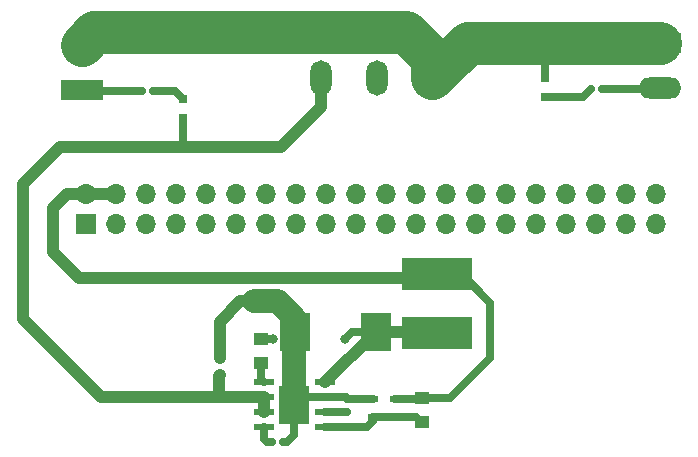
<source format=gtl>
G04 #@! TF.GenerationSoftware,KiCad,Pcbnew,(2017-02-06 revision 13395d34d)-master*
G04 #@! TF.CreationDate,2017-03-09T15:05:37-03:00*
G04 #@! TF.ProjectId,beast-phat,62656173742D706861742E6B69636164,rev?*
G04 #@! TF.FileFunction,Copper,L1,Top,Signal*
G04 #@! TF.FilePolarity,Positive*
%FSLAX46Y46*%
G04 Gerber Fmt 4.6, Leading zero omitted, Abs format (unit mm)*
G04 Created by KiCad (PCBNEW (2017-02-06 revision 13395d34d)-master) date Thu Mar  9 15:05:37 2017*
%MOMM*%
%LPD*%
G01*
G04 APERTURE LIST*
%ADD10C,0.100000*%
%ADD11R,0.750000X0.800000*%
%ADD12R,0.500000X0.600000*%
%ADD13R,1.250000X1.000000*%
%ADD14R,0.800000X0.800000*%
%ADD15R,2.500000X3.300000*%
%ADD16R,6.000000X2.700000*%
%ADD17R,3.600000X1.800000*%
%ADD18O,3.600000X1.800000*%
%ADD19O,1.800000X3.000000*%
%ADD20O,1.700000X1.700000*%
%ADD21R,1.700000X1.700000*%
%ADD22R,0.400000X0.600000*%
%ADD23R,0.900000X0.500000*%
%ADD24R,1.800000X0.600000*%
%ADD25R,2.510000X3.200000*%
%ADD26C,0.800000*%
%ADD27C,0.700000*%
%ADD28C,1.000000*%
%ADD29C,2.000000*%
%ADD30C,3.600000*%
G04 APERTURE END LIST*
D10*
D11*
X113700000Y-87150000D03*
X113700000Y-85650000D03*
D12*
X124500000Y-90250000D03*
X124500000Y-89150000D03*
D13*
X117200000Y-86100000D03*
X117200000Y-84100000D03*
X130800000Y-89100000D03*
X130800000Y-91100000D03*
X116600000Y-80900000D03*
X116600000Y-78900000D03*
D14*
X141200000Y-62000000D03*
X141200000Y-63600000D03*
X110600000Y-63800000D03*
X110600000Y-65400000D03*
D15*
X120100000Y-83500000D03*
X126900000Y-83500000D03*
D16*
X132100000Y-83600000D03*
X132100000Y-78600000D03*
D17*
X102000000Y-63000000D03*
D18*
X102000000Y-59190000D03*
X151000000Y-62810000D03*
D17*
X151000000Y-59000000D03*
D19*
X131700000Y-62000000D03*
X127000000Y-62000000D03*
X122300000Y-62000000D03*
D20*
X150625000Y-71810000D03*
X150625000Y-74350000D03*
X148085000Y-71810000D03*
X148085000Y-74350000D03*
X145545000Y-71810000D03*
X145545000Y-74350000D03*
X143005000Y-71810000D03*
X143005000Y-74350000D03*
X140465000Y-71810000D03*
X140465000Y-74350000D03*
X137925000Y-71810000D03*
X137925000Y-74350000D03*
X135385000Y-71810000D03*
X135385000Y-74350000D03*
X132845000Y-71810000D03*
X132845000Y-74350000D03*
X130305000Y-71810000D03*
X130305000Y-74350000D03*
X127765000Y-71810000D03*
X127765000Y-74350000D03*
X125225000Y-71810000D03*
X125225000Y-74350000D03*
X122685000Y-71810000D03*
X122685000Y-74350000D03*
X120145000Y-71810000D03*
X120145000Y-74350000D03*
X117605000Y-71810000D03*
X117605000Y-74350000D03*
X115065000Y-71810000D03*
X115065000Y-74350000D03*
X112525000Y-71810000D03*
X112525000Y-74350000D03*
X109985000Y-71810000D03*
X109985000Y-74350000D03*
X107445000Y-71810000D03*
X107445000Y-74350000D03*
X104905000Y-71810000D03*
X104905000Y-74350000D03*
X102365000Y-71810000D03*
D21*
X102365000Y-74350000D03*
D22*
X146050000Y-62900000D03*
X145150000Y-62900000D03*
X107150000Y-63100000D03*
X108050000Y-63100000D03*
X119050000Y-92800000D03*
X118150000Y-92800000D03*
D23*
X128500000Y-89150000D03*
X128500000Y-90650000D03*
X126700000Y-89150000D03*
X126700000Y-90650000D03*
D24*
X117415000Y-89025000D03*
X122615000Y-89025000D03*
X117415000Y-87755000D03*
X117415000Y-90295000D03*
X117415000Y-91565000D03*
X122615000Y-87755000D03*
X122615000Y-90295000D03*
X122615000Y-91565000D03*
D25*
X120015000Y-89660000D03*
D26*
X120015000Y-89660000D03*
X119300000Y-88600000D03*
X120700000Y-88600000D03*
X119300000Y-90600000D03*
X120700000Y-90600000D03*
X124300000Y-84100000D03*
X118200000Y-84100000D03*
D27*
X110600000Y-67800000D02*
X110600000Y-65400000D01*
D28*
X112000000Y-67800000D02*
X118900000Y-67800000D01*
X113600000Y-89025000D02*
X113600000Y-87250000D01*
X113600000Y-87250000D02*
X113700000Y-87150000D01*
X117415000Y-89025000D02*
X117415000Y-90295000D01*
X117415000Y-89025000D02*
X113600000Y-89025000D01*
X113600000Y-89025000D02*
X103625000Y-89025000D01*
X122300000Y-64400000D02*
X122300000Y-62000000D01*
X118900000Y-67800000D02*
X122300000Y-64400000D01*
X100200000Y-67800000D02*
X110600000Y-67800000D01*
X110600000Y-67800000D02*
X112000000Y-67800000D01*
X97000000Y-71000000D02*
X100200000Y-67800000D01*
X97000000Y-82400000D02*
X97000000Y-71000000D01*
X103625000Y-89025000D02*
X97000000Y-82400000D01*
D27*
X146050000Y-62900000D02*
X150910000Y-62900000D01*
X150910000Y-62900000D02*
X151000000Y-62810000D01*
X107150000Y-63100000D02*
X102100000Y-63100000D01*
X102100000Y-63100000D02*
X102000000Y-63000000D01*
X119050000Y-92800000D02*
X119400000Y-92800000D01*
X120015000Y-92185000D02*
X120015000Y-89660000D01*
X119400000Y-92800000D02*
X120015000Y-92185000D01*
X122615000Y-89025000D02*
X120650000Y-89025000D01*
D28*
X116600000Y-80900000D02*
X115400000Y-80900000D01*
X113700000Y-82600000D02*
X113700000Y-85650000D01*
X115400000Y-80900000D02*
X113700000Y-82600000D01*
D29*
X118600000Y-80900000D02*
X116600000Y-80900000D01*
X120100000Y-82400000D02*
X118600000Y-80900000D01*
X120100000Y-83500000D02*
X120100000Y-82400000D01*
X120015000Y-89660000D02*
X120015000Y-83585000D01*
X120015000Y-83585000D02*
X120100000Y-83500000D01*
D27*
X124500000Y-89150000D02*
X126700000Y-89150000D01*
X122615000Y-89025000D02*
X124375000Y-89025000D01*
X124375000Y-89025000D02*
X124500000Y-89150000D01*
X122615000Y-90295000D02*
X124455000Y-90295000D01*
X124455000Y-90295000D02*
X124500000Y-90250000D01*
X117200000Y-86100000D02*
X117200000Y-87540000D01*
X117200000Y-87540000D02*
X117415000Y-87755000D01*
X117200000Y-84100000D02*
X118200000Y-84100000D01*
X124900000Y-83500000D02*
X126900000Y-83500000D01*
X124300000Y-84100000D02*
X124900000Y-83500000D01*
D28*
X126900000Y-83500000D02*
X132000000Y-83500000D01*
X132000000Y-83500000D02*
X132100000Y-83600000D01*
X122615000Y-87755000D02*
X122645000Y-87755000D01*
X122645000Y-87755000D02*
X126900000Y-83500000D01*
X116600000Y-78900000D02*
X131800000Y-78900000D01*
X131800000Y-78900000D02*
X132100000Y-78600000D01*
X102365000Y-71810000D02*
X100790000Y-71810000D01*
X101800000Y-78900000D02*
X116600000Y-78900000D01*
X99600000Y-76700000D02*
X101800000Y-78900000D01*
X99600000Y-73000000D02*
X99600000Y-76700000D01*
X100790000Y-71810000D02*
X99600000Y-73000000D01*
D27*
X130800000Y-89100000D02*
X133200000Y-89100000D01*
X136600000Y-81000000D02*
X134200000Y-78600000D01*
X136600000Y-85700000D02*
X136600000Y-81000000D01*
X133200000Y-89100000D02*
X136600000Y-85700000D01*
X134200000Y-78600000D02*
X132100000Y-78600000D01*
X128500000Y-89150000D02*
X130750000Y-89150000D01*
X130750000Y-89150000D02*
X130800000Y-89100000D01*
D28*
X104905000Y-71810000D02*
X102365000Y-71810000D01*
X102365000Y-71810000D02*
X102355000Y-71800000D01*
D27*
X102365000Y-71810000D02*
X102355000Y-71800000D01*
X128500000Y-90650000D02*
X130350000Y-90650000D01*
X130350000Y-90650000D02*
X130800000Y-91100000D01*
X126700000Y-90650000D02*
X128500000Y-90650000D01*
X126700000Y-90650000D02*
X126700000Y-91000000D01*
X126135000Y-91565000D02*
X122615000Y-91565000D01*
X126700000Y-91000000D02*
X126135000Y-91565000D01*
X141200000Y-59000000D02*
X141200000Y-62000000D01*
D30*
X151000000Y-59000000D02*
X141200000Y-59000000D01*
X141200000Y-59000000D02*
X134700000Y-59000000D01*
X134700000Y-59000000D02*
X131700000Y-62000000D01*
X131700000Y-62000000D02*
X131700000Y-60300000D01*
X103090000Y-58100000D02*
X102000000Y-59190000D01*
X129500000Y-58100000D02*
X103090000Y-58100000D01*
X131700000Y-60300000D02*
X129500000Y-58100000D01*
D27*
X141200000Y-63600000D02*
X144450000Y-63600000D01*
X144450000Y-63600000D02*
X145150000Y-62900000D01*
X108050000Y-63100000D02*
X109900000Y-63100000D01*
X109900000Y-63100000D02*
X110600000Y-63800000D01*
X118150000Y-92800000D02*
X117700000Y-92800000D01*
X117415000Y-92515000D02*
X117415000Y-91565000D01*
X117700000Y-92800000D02*
X117415000Y-92515000D01*
M02*

</source>
